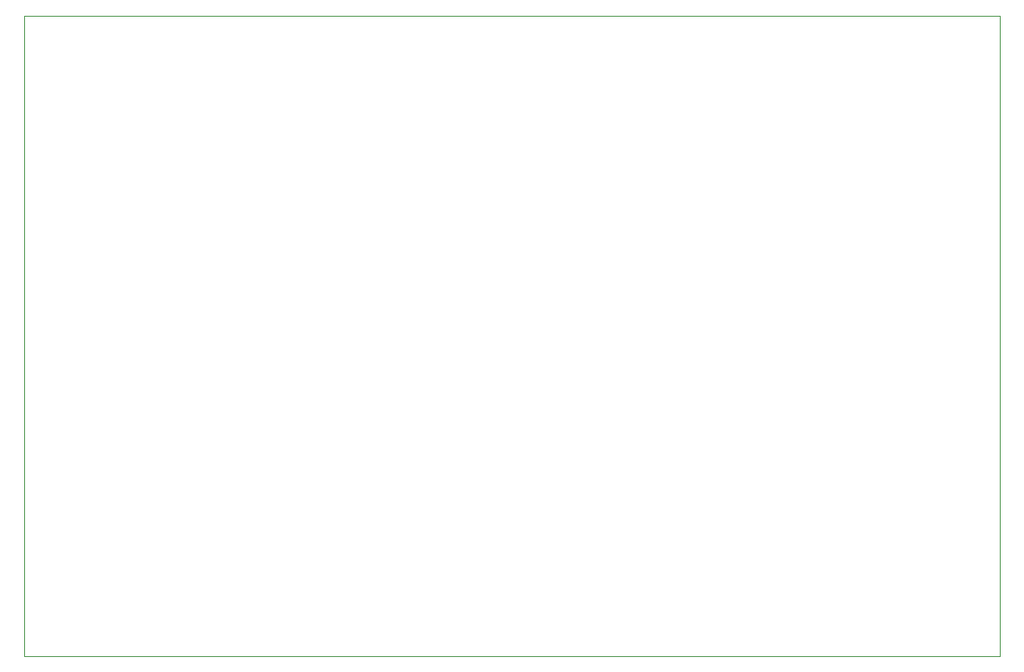
<source format=gbr>
%FSLAX34Y34*%
%MOMM*%
%LNOUTLINE*%
G71*
G01*
%ADD10C,0.002*%
%LPD*%
G54D10*
X-431800Y104700D02*
X558200Y104700D01*
X558200Y-545300D01*
X-431800Y-545300D01*
X-431800Y104700D01*
M02*

</source>
